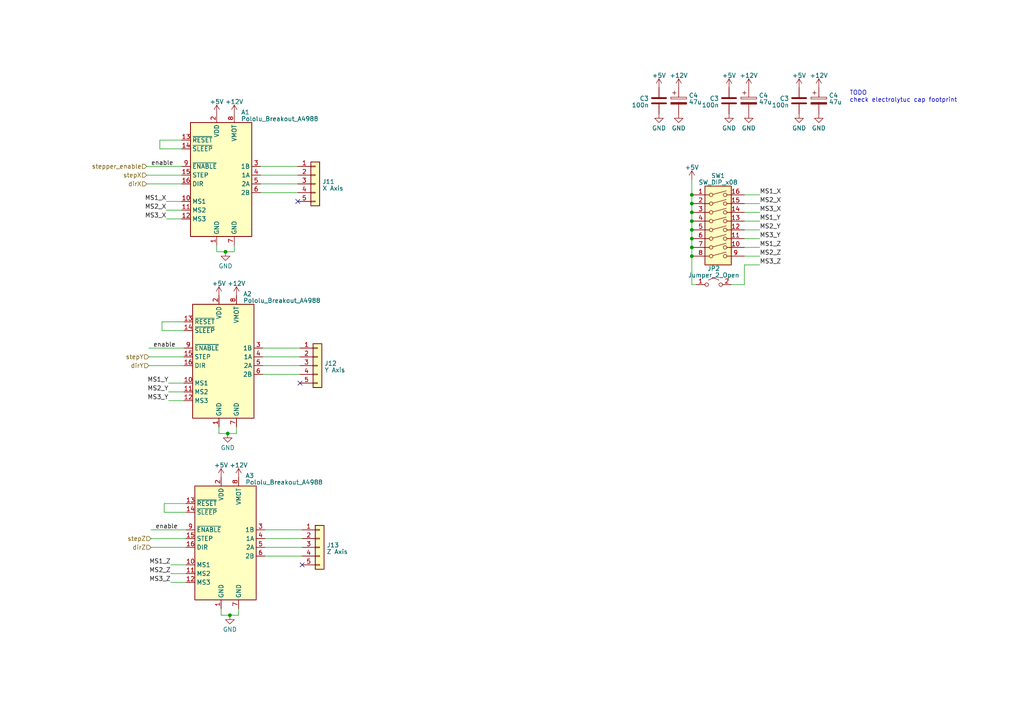
<source format=kicad_sch>
(kicad_sch (version 20230121) (generator eeschema)
  (paper "A4")
  (title_block (title "CNC controller") (date "2023-08-26") (rev "A") (company "Xavier Bourlot"))
  (lib_symbols
    (symbol "Connector_Generic:Conn_01x05" (pin_names (offset 1.016) hide)
      (property "Reference" "J" (at 0 7.62 0))
      (property "Value" "Conn_01x05" (at 0 -7.62 0))
      (symbol "Conn_01x05_1_1"
        (rectangle (start -1.27 -4.953) (end 0 -5.207) (stroke (width 0.1524)))
        (rectangle (start -1.27 -2.413) (end 0 -2.667) (stroke (width 0.1524)))
        (rectangle (start -1.27 0.127) (end 0 -0.127) (stroke (width 0.1524)))
        (rectangle (start -1.27 2.667) (end 0 2.413) (stroke (width 0.1524)))
        (rectangle (start -1.27 5.207) (end 0 4.953) (stroke (width 0.1524)))
        (rectangle (start -1.27 6.35) (end 1.27 -6.35) (stroke (width 0.254)) (fill (type background)))
        (pin passive line (at -5.08 5.08 0) (length 3.81) (name "Pin_1") (number "1"))
        (pin passive line (at -5.08 2.54 0) (length 3.81) (name "Pin_2") (number "2"))
        (pin passive line (at -5.08 0 0) (length 3.81) (name "Pin_3") (number "3"))
        (pin passive line (at -5.08 -2.54 0) (length 3.81) (name "Pin_4") (number "4"))
        (pin passive line (at -5.08 -5.08 0) (length 3.81) (name "Pin_5") (number "5"))
      )
    )
    (symbol "Device:C" (pin_numbers hide) (pin_names (offset 0.254))
      (property "Reference" "C" (at 0.635 2.54 0))
      (property "Value" "C" (at 0.635 -2.54 0))
      (symbol "C_0_1"
        (polyline (pts (xy -2.032 -0.762) (xy 2.032 -0.762)) (stroke (width 0.508)))
        (polyline (pts (xy -2.032 0.762) (xy 2.032 0.762)) (stroke (width 0.508)))
      )
      (symbol "C_1_1"
        (pin passive line (at 0 3.81 270) (length 2.794) (name "~") (number "1"))
        (pin passive line (at 0 -3.81 90) (length 2.794) (name "~") (number "2"))
      )
    )
    (symbol "Device:C_Polarized" (pin_numbers hide) (pin_names (offset 0.254))
      (property "Reference" "C" (at 0.635 2.54 0))
      (property "Value" "C_Polarized" (at 0.635 -2.54 0))
      (symbol "C_Polarized_0_1"
        (rectangle (start -2.286 0.508) (end 2.286 1.016))
        (polyline (pts (xy -1.778 2.286) (xy -0.762 2.286)))
        (polyline (pts (xy -1.27 2.794) (xy -1.27 1.778)))
        (rectangle (start 2.286 -0.508) (end -2.286 -1.016) (fill (type outline)))
      )
      (symbol "C_Polarized_1_1"
        (pin passive line (at 0 3.81 270) (length 2.794) (name "~") (number "1"))
        (pin passive line (at 0 -3.81 90) (length 2.794) (name "~") (number "2"))
      )
    )
    (symbol "Driver_Motor:Pololu_Breakout_A4988"
      (property "Reference" "A" (at -2.54 19.05 0))
      (property "Value" "Pololu_Breakout_A4988" (at -2.54 16.51 0))
      (symbol "Pololu_Breakout_A4988_0_1"
        (rectangle (start 10.16 -17.78) (end -7.62 15.24) (stroke (width 0.254)) (fill (type background)))
      )
      (symbol "Pololu_Breakout_A4988_1_1"
        (pin power_in line (at 0 -20.32 90) (length 2.54) (name "GND") (number "1"))
        (pin input line (at -10.16 -7.62 0) (length 2.54) (name "MS1") (number "10"))
        (pin input line (at -10.16 -10.16 0) (length 2.54) (name "MS2") (number "11"))
        (pin input line (at -10.16 -12.7 0) (length 2.54) (name "MS3") (number "12"))
        (pin input line (at -10.16 10.16 0) (length 2.54) (name "~{RESET}") (number "13"))
        (pin input line (at -10.16 7.62 0) (length 2.54) (name "~{SLEEP}") (number "14"))
        (pin input line (at -10.16 0 0) (length 2.54) (name "STEP") (number "15"))
        (pin input line (at -10.16 -2.54 0) (length 2.54) (name "DIR") (number "16"))
        (pin power_in line (at 0 17.78 270) (length 2.54) (name "VDD") (number "2"))
        (pin output line (at 12.7 2.54 180) (length 2.54) (name "1B") (number "3"))
        (pin output line (at 12.7 0 180) (length 2.54) (name "1A") (number "4"))
        (pin output line (at 12.7 -2.54 180) (length 2.54) (name "2A") (number "5"))
        (pin output line (at 12.7 -5.08 180) (length 2.54) (name "2B") (number "6"))
        (pin power_in line (at 5.08 -20.32 90) (length 2.54) (name "GND") (number "7"))
        (pin power_in line (at 5.08 17.78 270) (length 2.54) (name "VMOT") (number "8"))
        (pin input line (at -10.16 2.54 0) (length 2.54) (name "~{ENABLE}") (number "9"))
      )
    )
    (symbol "Jumper:Jumper_2_Open" (pin_names (offset 0) hide)
      (property "Reference" "JP" (at 0 2.794 0))
      (property "Value" "Jumper_2_Open" (at 0 -2.286 0))
      (symbol "Jumper_2_Open_0_0"
        (circle (center -2.032 0) (radius 0.508))
        (circle (center 2.032 0) (radius 0.508))
      )
      (symbol "Jumper_2_Open_0_1"
        (arc (start 1.524 1.27) (mid 0 1.778) (end -1.524 1.27))
      )
      (symbol "Jumper_2_Open_1_1"
        (pin passive line (at -5.08 0 0) (length 2.54) (name "A") (number "1"))
        (pin passive line (at 5.08 0 180) (length 2.54) (name "B") (number "2"))
      )
    )
    (symbol "Switch:SW_DIP_x08" (pin_names (offset 0) hide)
      (property "Reference" "SW" (at 0 13.97 0))
      (property "Value" "SW_DIP_x08" (at 0 -11.43 0))
      (symbol "SW_DIP_x08_0_0"
        (circle (center -2.032 -7.62) (radius 0.508))
        (circle (center -2.032 -5.08) (radius 0.508))
        (circle (center -2.032 -2.54) (radius 0.508))
        (circle (center -2.032 0) (radius 0.508))
        (circle (center -2.032 2.54) (radius 0.508))
        (circle (center -2.032 5.08) (radius 0.508))
        (circle (center -2.032 7.62) (radius 0.508))
        (circle (center -2.032 10.16) (radius 0.508))
        (polyline (pts (xy -1.524 -7.4676) (xy 2.3622 -6.4262)))
        (polyline (pts (xy -1.524 -4.9276) (xy 2.3622 -3.8862)))
        (polyline (pts (xy -1.524 -2.3876) (xy 2.3622 -1.3462)))
        (polyline (pts (xy -1.524 0.127) (xy 2.3622 1.1684)))
        (polyline (pts (xy -1.524 2.667) (xy 2.3622 3.7084)))
        (polyline (pts (xy -1.524 5.207) (xy 2.3622 6.2484)))
        (polyline (pts (xy -1.524 7.747) (xy 2.3622 8.7884)))
        (polyline (pts (xy -1.524 10.287) (xy 2.3622 11.3284)))
        (circle (center 2.032 -7.62) (radius 0.508))
        (circle (center 2.032 -5.08) (radius 0.508))
        (circle (center 2.032 -2.54) (radius 0.508))
        (circle (center 2.032 0) (radius 0.508))
        (circle (center 2.032 2.54) (radius 0.508))
        (circle (center 2.032 5.08) (radius 0.508))
        (circle (center 2.032 7.62) (radius 0.508))
        (circle (center 2.032 10.16) (radius 0.508))
      )
      (symbol "SW_DIP_x08_0_1"
        (rectangle (start -3.81 12.7) (end 3.81 -10.16) (stroke (width 0.254)) (fill (type background)))
      )
      (symbol "SW_DIP_x08_1_1"
        (pin passive line (at -7.62 10.16 0) (length 5.08) (name "~") (number "1"))
        (pin passive line (at 7.62 -5.08 180) (length 5.08) (name "~") (number "10"))
        (pin passive line (at 7.62 -2.54 180) (length 5.08) (name "~") (number "11"))
        (pin passive line (at 7.62 0 180) (length 5.08) (name "~") (number "12"))
        (pin passive line (at 7.62 2.54 180) (length 5.08) (name "~") (number "13"))
        (pin passive line (at 7.62 5.08 180) (length 5.08) (name "~") (number "14"))
        (pin passive line (at 7.62 7.62 180) (length 5.08) (name "~") (number "15"))
        (pin passive line (at 7.62 10.16 180) (length 5.08) (name "~") (number "16"))
        (pin passive line (at -7.62 7.62 0) (length 5.08) (name "~") (number "2"))
        (pin passive line (at -7.62 5.08 0) (length 5.08) (name "~") (number "3"))
        (pin passive line (at -7.62 2.54 0) (length 5.08) (name "~") (number "4"))
        (pin passive line (at -7.62 0 0) (length 5.08) (name "~") (number "5"))
        (pin passive line (at -7.62 -2.54 0) (length 5.08) (name "~") (number "6"))
        (pin passive line (at -7.62 -5.08 0) (length 5.08) (name "~") (number "7"))
        (pin passive line (at -7.62 -7.62 0) (length 5.08) (name "~") (number "8"))
        (pin passive line (at 7.62 -7.62 180) (length 5.08) (name "~") (number "9"))
      )
    )
    (symbol "power:+12V" (power) (pin_names (offset 0))
      (property "Value" "+12V" (at 0 3.556 0))
      (symbol "+12V_0_1"
        (polyline (pts (xy -0.762 1.27) (xy 0 2.54)))
        (polyline (pts (xy 0 0) (xy 0 2.54)))
        (polyline (pts (xy 0 2.54) (xy 0.762 1.27)))
      )
      (symbol "+12V_1_1"
        (pin power_in line (at 0 0 90) (length 0) hide (name "+12V") (number "1"))
      )
    )
    (symbol "power:+5V" (power) (pin_names (offset 0))
      (property "Value" "+5V" (at 0 3.556 0))
      (symbol "+5V_0_1"
        (polyline (pts (xy -0.762 1.27) (xy 0 2.54)))
        (polyline (pts (xy 0 0) (xy 0 2.54)))
        (polyline (pts (xy 0 2.54) (xy 0.762 1.27)))
      )
      (symbol "+5V_1_1"
        (pin power_in line (at 0 0 90) (length 0) hide (name "+5V") (number "1"))
      )
    )
    (symbol "power:GND" (power) (pin_names (offset 0))
      (property "Value" "GND" (at 0 -3.81 0))
      (symbol "GND_0_1"
        (polyline (pts (xy 0 0) (xy 0 -1.27) (xy 1.27 -1.27) (xy 0 -2.54) (xy -1.27 -1.27) (xy 0 -1.27)))
      )
      (symbol "GND_1_1"
        (pin power_in line (at 0 0 270) (length 0) hide (name "GND") (number "1"))
      )
    )
  )
  (junction (at 200.66 71.755))
  (junction (at 200.66 61.595))
  (junction (at 66.675 178.435))
  (junction (at 65.405 73.025))
  (junction (at 66.04 125.73))
  (junction (at 200.66 64.135))
  (junction (at 200.66 74.295))
  (junction (at 200.66 69.215))
  (junction (at 200.66 56.515))
  (junction (at 200.66 66.675))
  (junction (at 200.66 59.055))
  (no_connect (at 87.63 163.83))
  (no_connect (at 86.995 111.125))
  (no_connect (at 86.36 58.42))
  (wire (pts (xy 53.975 148.59) (xy 47.625 148.59)))
  (wire (pts (xy 87.63 161.29) (xy 76.835 161.29)))
  (wire (pts (xy 43.18 103.505) (xy 53.34 103.505)))
  (wire (pts (xy 46.355 40.64) (xy 46.355 43.18)))
  (wire (pts (xy 86.995 108.585) (xy 76.2 108.585)))
  (wire (pts (xy 215.9 74.295) (xy 220.345 74.295)))
  (wire (pts (xy 52.705 58.42) (xy 48.26 58.42)))
  (wire (pts (xy 53.975 166.37) (xy 49.53 166.37)))
  (wire (pts (xy 42.545 50.8) (xy 52.705 50.8)))
  (wire (pts (xy 53.34 95.885) (xy 46.99 95.885)))
  (wire (pts (xy 86.995 100.965) (xy 76.2 100.965)))
  (wire (pts (xy 53.975 168.91) (xy 49.53 168.91)))
  (wire (pts (xy 53.34 113.665) (xy 48.895 113.665)))
  (wire (pts (xy 86.36 53.34) (xy 75.565 53.34)))
  (wire (pts (xy 43.18 100.965) (xy 53.34 100.965)))
  (wire (pts (xy 200.66 59.055) (xy 200.66 61.595)))
  (wire (pts (xy 43.18 106.045) (xy 53.34 106.045)))
  (wire (pts (xy 52.705 60.96) (xy 48.26 60.96)))
  (wire (pts (xy 200.66 56.515) (xy 200.66 59.055)))
  (wire (pts (xy 47.625 146.05) (xy 53.975 146.05)))
  (wire (pts (xy 63.5 123.825) (xy 63.5 125.73)))
  (wire (pts (xy 42.545 53.34) (xy 52.705 53.34)))
  (wire (pts (xy 62.865 73.025) (xy 65.405 73.025)))
  (wire (pts (xy 69.215 178.435) (xy 69.215 176.53)))
  (wire (pts (xy 64.135 178.435) (xy 66.675 178.435)))
  (wire (pts (xy 200.66 74.295) (xy 200.66 82.55)))
  (wire (pts (xy 66.675 178.435) (xy 69.215 178.435)))
  (wire (pts (xy 200.66 66.675) (xy 200.66 69.215)))
  (wire (pts (xy 52.705 43.18) (xy 46.355 43.18)))
  (wire (pts (xy 215.9 82.55) (xy 212.09 82.55)))
  (wire (pts (xy 46.99 93.345) (xy 46.99 95.885)))
  (wire (pts (xy 215.9 76.835) (xy 215.9 82.55)))
  (wire (pts (xy 62.865 71.12) (xy 62.865 73.025)))
  (wire (pts (xy 200.66 69.215) (xy 200.66 71.755)))
  (wire (pts (xy 215.9 59.055) (xy 220.345 59.055)))
  (wire (pts (xy 215.9 56.515) (xy 220.345 56.515)))
  (wire (pts (xy 201.93 82.55) (xy 200.66 82.55)))
  (wire (pts (xy 66.04 125.73) (xy 68.58 125.73)))
  (wire (pts (xy 52.705 63.5) (xy 48.26 63.5)))
  (wire (pts (xy 87.63 158.75) (xy 76.835 158.75)))
  (wire (pts (xy 42.545 48.26) (xy 52.705 48.26)))
  (wire (pts (xy 215.9 76.835) (xy 220.345 76.835)))
  (wire (pts (xy 64.135 176.53) (xy 64.135 178.435)))
  (wire (pts (xy 87.63 156.21) (xy 76.835 156.21)))
  (wire (pts (xy 63.5 125.73) (xy 66.04 125.73)))
  (wire (pts (xy 53.975 163.83) (xy 49.53 163.83)))
  (wire (pts (xy 200.66 61.595) (xy 200.66 64.135)))
  (wire (pts (xy 215.9 66.675) (xy 220.345 66.675)))
  (wire (pts (xy 46.355 40.64) (xy 52.705 40.64)))
  (wire (pts (xy 46.99 93.345) (xy 53.34 93.345)))
  (wire (pts (xy 87.63 153.67) (xy 76.835 153.67)))
  (wire (pts (xy 200.66 52.07) (xy 200.66 56.515)))
  (wire (pts (xy 47.625 146.05) (xy 47.625 148.59)))
  (wire (pts (xy 43.815 156.21) (xy 53.975 156.21)))
  (wire (pts (xy 86.36 48.26) (xy 75.565 48.26)))
  (wire (pts (xy 86.995 106.045) (xy 76.2 106.045)))
  (wire (pts (xy 215.9 69.215) (xy 220.345 69.215)))
  (wire (pts (xy 43.815 158.75) (xy 53.975 158.75)))
  (wire (pts (xy 215.9 64.135) (xy 220.345 64.135)))
  (wire (pts (xy 86.36 55.88) (xy 75.565 55.88)))
  (wire (pts (xy 200.66 64.135) (xy 200.66 66.675)))
  (wire (pts (xy 215.9 61.595) (xy 220.345 61.595)))
  (wire (pts (xy 67.945 73.025) (xy 67.945 71.12)))
  (wire (pts (xy 86.995 103.505) (xy 76.2 103.505)))
  (wire (pts (xy 65.405 73.025) (xy 67.945 73.025)))
  (wire (pts (xy 68.58 125.73) (xy 68.58 123.825)))
  (wire (pts (xy 53.34 111.125) (xy 48.895 111.125)))
  (wire (pts (xy 86.36 50.8) (xy 75.565 50.8)))
  (wire (pts (xy 200.66 71.755) (xy 200.66 74.295)))
  (wire (pts (xy 215.9 71.755) (xy 220.345 71.755)))
  (wire (pts (xy 43.815 153.67) (xy 53.975 153.67)))
  (wire (pts (xy 53.34 116.205) (xy 48.895 116.205)))
  (text "TODO\ncheck electrolytuc cap footprint" (at 246.38 29.845 0) (effects (font (size 1.27 1.27)) (justify left bottom)))
  (label "MS1_Y" (at 220.345 64.135 0))
  (label "enable" (at 45.085 153.67 0))
  (label "MS2_Z" (at 49.53 166.37 180))
  (label "enable" (at 43.815 48.26 0))
  (label "MS1_X" (at 220.345 56.515 0))
  (label "MS1_Z" (at 220.345 71.755 0))
  (label "MS1_X" (at 48.26 58.42 180))
  (label "MS2_Z" (at 220.345 74.295 0))
  (label "MS3_X" (at 48.26 63.5 180))
  (label "MS3_Y" (at 220.345 69.215 0))
  (label "MS3_Z" (at 220.345 76.835 0))
  (label "MS3_Y" (at 48.895 116.205 180))
  (label "MS1_Y" (at 48.895 111.125 180))
  (label "MS3_X" (at 220.345 61.595 0))
  (label "MS2_X" (at 48.26 60.96 180))
  (label "MS2_X" (at 220.345 59.055 0))
  (label "MS3_Z" (at 49.53 168.91 180))
  (label "MS1_Z" (at 49.53 163.83 180))
  (label "MS2_Y" (at 220.345 66.675 0))
  (label "MS2_Y" (at 48.895 113.665 180))
  (label "enable" (at 44.45 100.965 0))
  (hierarchical_label "dirY" (shape input) (at 43.18 106.045 180))
  (hierarchical_label "stepY" (shape input) (at 43.18 103.505 180))
  (hierarchical_label "stepZ" (shape input) (at 43.815 156.21 180))
  (hierarchical_label "dirZ" (shape input) (at 43.815 158.75 180))
  (hierarchical_label "dirX" (shape input) (at 42.545 53.34 180))
  (hierarchical_label "stepper_enable" (shape input) (at 42.545 48.26 180))
  (hierarchical_label "stepX" (shape input) (at 42.545 50.8 180))
  (symbol (lib_id "power:GND") (at 231.775 33.02 0) (unit 1)
    (property "Reference" "#PWR017" (effects hide))
    (property "Value" "GND" (at 231.775 37.1555 0))
    (instances (project "controller" (path "" (reference "#PWR017") (unit 1)) (path "" (reference "#PWR073") (unit 1))))
  )
  (symbol (lib_id "Device:C_Polarized") (at 237.49 29.21 0) (unit 1)
    (property "Reference" "C4" (at 240.411 27.6773 0) (effects (justify left)))
    (property "Value" "47u" (at 240.411 29.5983 0) (effects (justify left)))
    (property "Footprint" "Capacitor_THT:CP_Radial_D8.0mm_P3.80mm" (effects hide))
    (instances (project "controller" (path "" (reference "C4") (unit 1)) (path "" (reference "C18") (unit 1))))
  )
  (symbol (lib_id "Driver_Motor:Pololu_Breakout_A4988") (at 62.865 50.8 0) (unit 1)
    (property "Reference" "A1" (at 69.9009 32.5501 0) (effects (justify left)))
    (property "Value" "Pololu_Breakout_A4988" (at 69.9009 34.4711 0) (effects (justify left)))
    (property "Footprint" "Module:Pololu_Breakout-16_15.2x20.3mm" (effects hide))
    (property "Datasheet" "https://www.pololu.com/product/2980/pictures" (effects hide))
  )
  (symbol (lib_id "power:+5V") (at 64.135 138.43 0) (unit 1)
    (property "Reference" "#PWR016" (effects hide))
    (property "Value" "+5V" (at 64.135 134.9281 0))
    (instances (project "controller" (path "" (reference "#PWR016") (unit 1)) (path "" (reference "#PWR056") (unit 1))))
  )
  (symbol (lib_id "power:+5V") (at 62.865 33.02 0) (unit 1)
    (property "Reference" "#PWR016" (effects hide))
    (property "Value" "+5V" (at 62.865 29.5181 0))
    (instances (project "controller" (path "" (reference "#PWR016") (unit 1)) (path "" (reference "#PWR054") (unit 1))))
  )
  (symbol (lib_id "power:GND") (at 191.135 33.02 0) (unit 1)
    (property "Reference" "#PWR017" (effects hide))
    (property "Value" "GND" (at 191.135 37.1555 0))
    (instances (project "controller" (path "" (reference "#PWR017") (unit 1)) (path "" (reference "#PWR064") (unit 1))))
  )
  (symbol (lib_id "power:+5V") (at 191.135 25.4 0) (unit 1)
    (property "Reference" "#PWR016" (effects hide))
    (property "Value" "+5V" (at 191.135 21.8981 0))
    (instances (project "controller" (path "" (reference "#PWR016") (unit 1)) (path "" (reference "#PWR063") (unit 1))))
  )
  (symbol (lib_id "power:+12V") (at 237.49 25.4 0) (unit 1)
    (property "Reference" "#PWR074" (effects hide))
    (property "Value" "+12V" (at 237.49 21.8981 0))
  )
  (symbol (lib_id "Connector_Generic:Conn_01x05") (at 91.44 53.34 0) (unit 1)
    (property "Reference" "J11" (at 93.472 52.6963 0) (effects (justify left)))
    (property "Value" "X Axis" (at 93.472 54.6173 0) (effects (justify left)))
    (property "Footprint" "Connector_JST:JST_XH_B5B-XH-A_1x05_P2.50mm_Vertical" (effects hide))
  )
  (symbol (lib_id "power:+5V") (at 211.455 25.4 0) (unit 1)
    (property "Reference" "#PWR016" (effects hide))
    (property "Value" "+5V" (at 211.455 21.8981 0))
    (instances (project "controller" (path "" (reference "#PWR016") (unit 1)) (path "" (reference "#PWR068") (unit 1))))
  )
  (symbol (lib_id "power:+12V") (at 217.17 25.4 0) (unit 1)
    (property "Reference" "#PWR070" (effects hide))
    (property "Value" "+12V" (at 217.17 21.8981 0))
  )
  (symbol (lib_id "Connector_Generic:Conn_01x05") (at 92.075 106.045 0) (unit 1)
    (property "Reference" "J12" (at 94.107 105.4013 0) (effects (justify left)))
    (property "Value" "Y Axis" (at 94.107 107.3223 0) (effects (justify left)))
    (property "Footprint" "Connector_JST:JST_XH_B5B-XH-A_1x05_P2.50mm_Vertical" (effects hide))
  )
  (symbol (lib_id "Device:C") (at 211.455 29.21 0) (unit 1)
    (property "Reference" "C3" (at 208.5341 28.5663 0) (effects (justify right)))
    (property "Value" "100n" (at 208.5341 30.4873 0) (effects (justify right)))
    (property "Footprint" "Capacitor_SMD:C_0603_1608Metric_Pad1.08x0.95mm_HandSolder" (effects hide))
    (instances (project "controller" (path "" (reference "C3") (unit 1)) (path "" (reference "C15") (unit 1))))
  )
  (symbol (lib_id "power:+12V") (at 68.58 85.725 0) (unit 1)
    (property "Reference" "#PWR061" (effects hide))
    (property "Value" "+12V" (at 68.58 82.2231 0))
  )
  (symbol (lib_id "power:GND") (at 217.17 33.02 0) (unit 1)
    (property "Reference" "#PWR019" (effects hide))
    (property "Value" "GND" (at 217.17 37.1555 0))
    (instances (project "controller" (path "" (reference "#PWR019") (unit 1)) (path "" (reference "#PWR071") (unit 1))))
  )
  (symbol (lib_id "Driver_Motor:Pololu_Breakout_A4988") (at 63.5 103.505 0) (unit 1)
    (property "Reference" "A2" (at 70.5359 85.2551 0) (effects (justify left)))
    (property "Value" "Pololu_Breakout_A4988" (at 70.5359 87.1761 0) (effects (justify left)))
    (property "Footprint" "Module:Pololu_Breakout-16_15.2x20.3mm" (effects hide))
    (property "Datasheet" "https://www.pololu.com/product/2980/pictures" (effects hide))
  )
  (symbol (lib_id "Device:C") (at 231.775 29.21 0) (unit 1)
    (property "Reference" "C3" (at 228.8541 28.5663 0) (effects (justify right)))
    (property "Value" "100n" (at 228.8541 30.4873 0) (effects (justify right)))
    (property "Footprint" "Capacitor_SMD:C_0603_1608Metric_Pad1.08x0.95mm_HandSolder" (effects hide))
    (instances (project "controller" (path "" (reference "C3") (unit 1)) (path "" (reference "C17") (unit 1))))
  )
  (symbol (lib_id "Jumper:Jumper_2_Open") (at 207.01 82.55 0) (unit 1)
    (property "Reference" "JP2" (at 207.01 77.8891 0))
    (property "Value" "Jumper_2_Open" (at 207.01 79.8101 0))
    (property "Footprint" "Jumper:SolderJumper-2_P1.3mm_Open_RoundedPad1.0x1.5mm" (effects hide))
  )
  (symbol (lib_id "Device:C") (at 191.135 29.21 0) (unit 1)
    (property "Reference" "C3" (at 188.2141 28.5663 0) (effects (justify right)))
    (property "Value" "100n" (at 188.2141 30.4873 0) (effects (justify right)))
    (property "Footprint" "Capacitor_SMD:C_0603_1608Metric_Pad1.08x0.95mm_HandSolder" (effects hide))
    (instances (project "controller" (path "" (reference "C3") (unit 1)) (path "" (reference "C13") (unit 1))))
  )
  (symbol (lib_id "power:GND") (at 211.455 33.02 0) (unit 1)
    (property "Reference" "#PWR017" (effects hide))
    (property "Value" "GND" (at 211.455 37.1555 0))
    (instances (project "controller" (path "" (reference "#PWR017") (unit 1)) (path "" (reference "#PWR069") (unit 1))))
  )
  (symbol (lib_id "power:+5V") (at 63.5 85.725 0) (unit 1)
    (property "Reference" "#PWR016" (effects hide))
    (property "Value" "+5V" (at 63.5 82.2231 0))
    (instances (project "controller" (path "" (reference "#PWR016") (unit 1)) (path "" (reference "#PWR055") (unit 1))))
  )
  (symbol (lib_id "power:+12V") (at 196.85 25.4 0) (unit 1)
    (property "Reference" "#PWR065" (effects hide))
    (property "Value" "+12V" (at 196.85 21.8981 0))
  )
  (symbol (lib_id "Driver_Motor:Pololu_Breakout_A4988") (at 64.135 156.21 0) (unit 1)
    (property "Reference" "A3" (at 71.1709 137.9601 0) (effects (justify left)))
    (property "Value" "Pololu_Breakout_A4988" (at 71.1709 139.8811 0) (effects (justify left)))
    (property "Footprint" "Module:Pololu_Breakout-16_15.2x20.3mm" (effects hide))
    (property "Datasheet" "https://www.pololu.com/product/2980/pictures" (effects hide))
  )
  (symbol (lib_id "power:GND") (at 196.85 33.02 0) (unit 1)
    (property "Reference" "#PWR019" (effects hide))
    (property "Value" "GND" (at 196.85 37.1555 0))
    (instances (project "controller" (path "" (reference "#PWR019") (unit 1)) (path "" (reference "#PWR066") (unit 1))))
  )
  (symbol (lib_id "power:GND") (at 237.49 33.02 0) (unit 1)
    (property "Reference" "#PWR019" (effects hide))
    (property "Value" "GND" (at 237.49 37.1555 0))
    (instances (project "controller" (path "" (reference "#PWR019") (unit 1)) (path "" (reference "#PWR075") (unit 1))))
  )
  (symbol (lib_id "power:GND") (at 65.405 73.025 0) (unit 1)
    (property "Reference" "#PWR019" (effects hide))
    (property "Value" "GND" (at 65.405 77.1605 0))
    (instances (project "controller" (path "" (reference "#PWR019") (unit 1)) (path "" (reference "#PWR057") (unit 1))))
  )
  (symbol (lib_id "Device:C_Polarized") (at 196.85 29.21 0) (unit 1)
    (property "Reference" "C4" (at 199.771 27.6773 0) (effects (justify left)))
    (property "Value" "47u" (at 199.771 29.5983 0) (effects (justify left)))
    (property "Footprint" "Capacitor_THT:CP_Radial_D8.0mm_P3.80mm" (effects hide))
    (instances (project "controller" (path "" (reference "C4") (unit 1)) (path "" (reference "C14") (unit 1))))
  )
  (symbol (lib_id "power:+12V") (at 69.215 138.43 0) (unit 1)
    (property "Reference" "#PWR062" (effects hide))
    (property "Value" "+12V" (at 69.215 134.9281 0))
  )
  (symbol (lib_id "Device:C_Polarized") (at 217.17 29.21 0) (unit 1)
    (property "Reference" "C4" (at 220.091 27.6773 0) (effects (justify left)))
    (property "Value" "47u" (at 220.091 29.5983 0) (effects (justify left)))
    (property "Footprint" "Capacitor_THT:CP_Radial_D8.0mm_P3.80mm" (effects hide))
    (instances (project "controller" (path "" (reference "C4") (unit 1)) (path "" (reference "C16") (unit 1))))
  )
  (symbol (lib_id "power:+12V") (at 67.945 33.02 0) (unit 1)
    (property "Reference" "#PWR060" (effects hide))
    (property "Value" "+12V" (at 67.945 29.5181 0))
  )
  (symbol (lib_id "Connector_Generic:Conn_01x05") (at 92.71 158.75 0) (unit 1)
    (property "Reference" "J13" (at 94.742 158.1063 0) (effects (justify left)))
    (property "Value" "Z Axis" (at 94.742 160.0273 0) (effects (justify left)))
    (property "Footprint" "Connector_JST:JST_XH_B5B-XH-A_1x05_P2.50mm_Vertical" (effects hide))
  )
  (symbol (lib_id "power:GND") (at 66.04 125.73 0) (unit 1)
    (property "Reference" "#PWR019" (effects hide))
    (property "Value" "GND" (at 66.04 129.8655 0))
    (instances (project "controller" (path "" (reference "#PWR019") (unit 1)) (path "" (reference "#PWR058") (unit 1))))
  )
  (symbol (lib_id "power:GND") (at 66.675 178.435 0) (unit 1)
    (property "Reference" "#PWR019" (effects hide))
    (property "Value" "GND" (at 66.675 182.5705 0))
    (instances (project "controller" (path "" (reference "#PWR019") (unit 1)) (path "" (reference "#PWR059") (unit 1))))
  )
  (symbol (lib_id "Switch:SW_DIP_x08") (at 208.28 66.675 0) (unit 1)
    (property "Reference" "SW1" (at 208.28 50.9651 0))
    (property "Value" "SW_DIP_x08" (at 208.28 52.8861 0))
    (property "Footprint" "Button_Switch_THT:SW_DIP_SPSTx08_Slide_9.78x22.5mm_W7.62mm_P2.54mm" (effects hide))
  )
  (symbol (lib_id "power:+5V") (at 200.66 52.07 0) (unit 1)
    (property "Reference" "#PWR016" (effects hide))
    (property "Value" "+5V" (at 200.66 48.5681 0))
    (instances (project "controller" (path "" (reference "#PWR016") (unit 1)) (path "" (reference "#PWR067") (unit 1))))
  )
  (symbol (lib_id "power:+5V") (at 231.775 25.4 0) (unit 1)
    (property "Reference" "#PWR016" (effects hide))
    (property "Value" "+5V" (at 231.775 21.8981 0))
    (instances (project "controller" (path "" (reference "#PWR016") (unit 1)) (path "" (reference "#PWR072") (unit 1))))
  )
)
</source>
